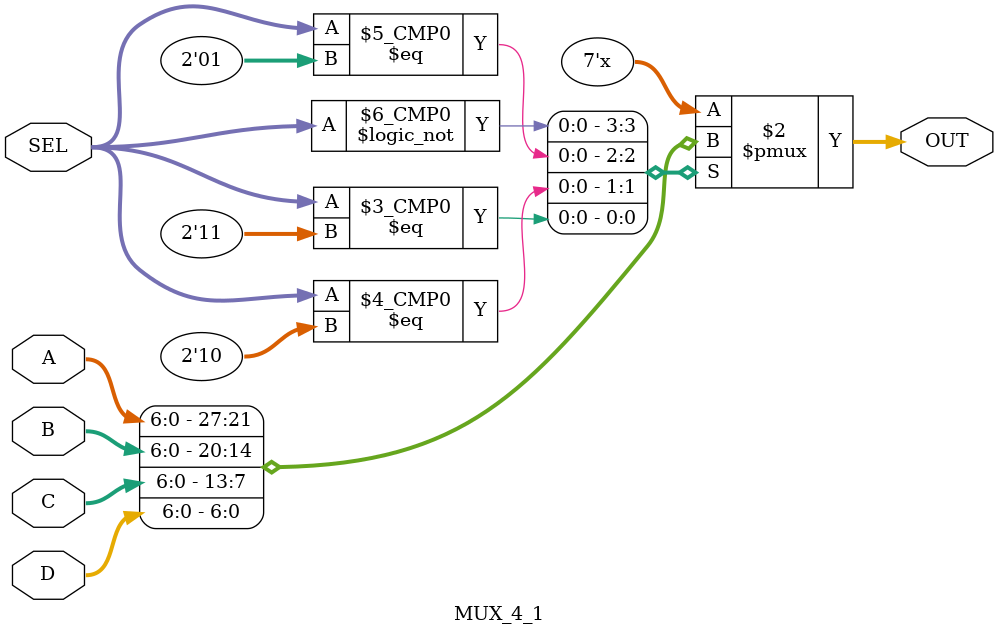
<source format=v>
module MUX_4_1 (
  input [6:0] A,
  input [6:0] B,
  input [6:0] C,
  input [6:0] D,
  input [1:0] SEL,
  output reg [6:0] OUT
);

  always @*
    case (SEL)
      2'b00: OUT = A;
      2'b01: OUT = B;
      2'b10: OUT = C;
      2'b11: OUT = D;
    endcase

endmodule
</source>
